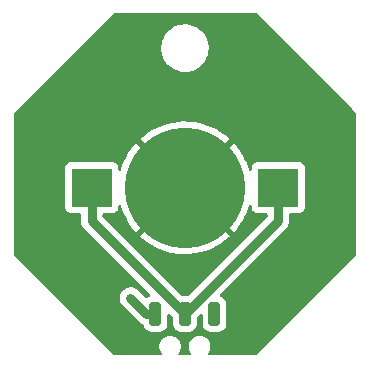
<source format=gbr>
%TF.GenerationSoftware,KiCad,Pcbnew,(6.0.2)*%
%TF.CreationDate,2022-04-03T14:16:10+02:00*%
%TF.ProjectId,Blinky,426c696e-6b79-42e6-9b69-6361645f7063,rev?*%
%TF.SameCoordinates,Original*%
%TF.FileFunction,Copper,L2,Bot*%
%TF.FilePolarity,Positive*%
%FSLAX46Y46*%
G04 Gerber Fmt 4.6, Leading zero omitted, Abs format (unit mm)*
G04 Created by KiCad (PCBNEW (6.0.2)) date 2022-04-03 14:16:10*
%MOMM*%
%LPD*%
G01*
G04 APERTURE LIST*
G04 Aperture macros list*
%AMRoundRect*
0 Rectangle with rounded corners*
0 $1 Rounding radius*
0 $2 $3 $4 $5 $6 $7 $8 $9 X,Y pos of 4 corners*
0 Add a 4 corners polygon primitive as box body*
4,1,4,$2,$3,$4,$5,$6,$7,$8,$9,$2,$3,0*
0 Add four circle primitives for the rounded corners*
1,1,$1+$1,$2,$3*
1,1,$1+$1,$4,$5*
1,1,$1+$1,$6,$7*
1,1,$1+$1,$8,$9*
0 Add four rect primitives between the rounded corners*
20,1,$1+$1,$2,$3,$4,$5,0*
20,1,$1+$1,$4,$5,$6,$7,0*
20,1,$1+$1,$6,$7,$8,$9,0*
20,1,$1+$1,$8,$9,$2,$3,0*%
G04 Aperture macros list end*
%TA.AperFunction,SMDPad,CuDef*%
%ADD10RoundRect,0.250000X-0.250000X-0.750000X0.250000X-0.750000X0.250000X0.750000X-0.250000X0.750000X0*%
%TD*%
%TA.AperFunction,SMDPad,CuDef*%
%ADD11R,3.500000X3.300000*%
%TD*%
%TA.AperFunction,SMDPad,CuDef*%
%ADD12C,10.200000*%
%TD*%
%TA.AperFunction,ViaPad*%
%ADD13C,0.400000*%
%TD*%
%TA.AperFunction,Conductor*%
%ADD14C,0.800000*%
%TD*%
G04 APERTURE END LIST*
D10*
%TO.P,SW1,1,A*%
%TO.N,/VCC*%
X190550000Y-64694400D03*
%TO.P,SW1,2,B*%
%TO.N,Net-(BT1-Pad1)*%
X193050000Y-64694400D03*
%TO.P,SW1,3,C*%
%TO.N,unconnected-(SW1-Pad3)*%
X195550000Y-64694400D03*
%TD*%
D11*
%TO.P,BT1,1,+*%
%TO.N,Net-(BT1-Pad1)*%
X185150000Y-53990000D03*
X200950000Y-53990000D03*
D12*
%TO.P,BT1,2,-*%
%TO.N,GND*%
X193050000Y-53990000D03*
%TD*%
D13*
%TO.N,GND*%
X189080000Y-58650000D03*
X192280000Y-51810000D03*
X183670000Y-59570000D03*
X196140000Y-45820000D03*
%TO.N,/VCC*%
X188440000Y-63340000D03*
%TD*%
D14*
%TO.N,Net-(BT1-Pad1)*%
X193050000Y-64694400D02*
X185150000Y-56794400D01*
X193050000Y-64694400D02*
X200950000Y-56794400D01*
X200950000Y-56794400D02*
X200950000Y-53990000D01*
X185150000Y-56794400D02*
X185150000Y-53990000D01*
%TO.N,/VCC*%
X189794400Y-64694400D02*
X188440000Y-63340000D01*
X190550000Y-64694400D02*
X189794400Y-64694400D01*
%TD*%
%TA.AperFunction,Conductor*%
%TO.N,GND*%
G36*
X199114874Y-39213002D02*
G01*
X199135999Y-39230055D01*
X207316452Y-47438523D01*
X207525248Y-47648034D01*
X207559166Y-47710404D01*
X207562000Y-47736977D01*
X207562000Y-59642390D01*
X207541998Y-59710511D01*
X207525095Y-59731485D01*
X199096485Y-68160095D01*
X199034173Y-68194121D01*
X199007390Y-68197000D01*
X195123460Y-68197000D01*
X195055339Y-68176998D01*
X195008846Y-68123342D01*
X194998742Y-68053068D01*
X195021524Y-67996939D01*
X195087237Y-67906494D01*
X195087238Y-67906493D01*
X195091118Y-67901152D01*
X195168794Y-67726688D01*
X195208500Y-67539887D01*
X195208500Y-67348913D01*
X195168794Y-67162112D01*
X195091118Y-66987648D01*
X194978866Y-66833147D01*
X194836944Y-66705360D01*
X194671556Y-66609873D01*
X194489928Y-66550858D01*
X194483367Y-66550168D01*
X194483365Y-66550168D01*
X194430111Y-66544571D01*
X194347610Y-66535900D01*
X194252390Y-66535900D01*
X194169889Y-66544571D01*
X194116635Y-66550168D01*
X194116633Y-66550168D01*
X194110072Y-66550858D01*
X193928444Y-66609873D01*
X193763056Y-66705360D01*
X193621134Y-66833147D01*
X193508882Y-66987648D01*
X193431206Y-67162112D01*
X193391500Y-67348913D01*
X193391500Y-67539887D01*
X193431206Y-67726688D01*
X193508882Y-67901152D01*
X193512762Y-67906493D01*
X193512763Y-67906494D01*
X193578476Y-67996939D01*
X193602334Y-68063806D01*
X193586254Y-68132958D01*
X193535341Y-68182438D01*
X193476540Y-68197000D01*
X192623460Y-68197000D01*
X192555339Y-68176998D01*
X192508846Y-68123342D01*
X192498742Y-68053068D01*
X192521524Y-67996939D01*
X192587237Y-67906494D01*
X192587238Y-67906493D01*
X192591118Y-67901152D01*
X192668794Y-67726688D01*
X192708500Y-67539887D01*
X192708500Y-67348913D01*
X192668794Y-67162112D01*
X192591118Y-66987648D01*
X192478866Y-66833147D01*
X192336944Y-66705360D01*
X192171556Y-66609873D01*
X191989928Y-66550858D01*
X191983367Y-66550168D01*
X191983365Y-66550168D01*
X191930111Y-66544571D01*
X191847610Y-66535900D01*
X191752390Y-66535900D01*
X191669889Y-66544571D01*
X191616635Y-66550168D01*
X191616633Y-66550168D01*
X191610072Y-66550858D01*
X191428444Y-66609873D01*
X191263056Y-66705360D01*
X191121134Y-66833147D01*
X191008882Y-66987648D01*
X190931206Y-67162112D01*
X190891500Y-67348913D01*
X190891500Y-67539887D01*
X190931206Y-67726688D01*
X191008882Y-67901152D01*
X191012762Y-67906493D01*
X191012763Y-67906494D01*
X191078476Y-67996939D01*
X191102334Y-68063806D01*
X191086254Y-68132958D01*
X191035341Y-68182438D01*
X190976540Y-68197000D01*
X187092610Y-68197000D01*
X187024489Y-68176998D01*
X187003515Y-68160095D01*
X178574905Y-59731485D01*
X178540879Y-59669173D01*
X178538000Y-59642390D01*
X178538000Y-55688134D01*
X182891500Y-55688134D01*
X182898255Y-55750316D01*
X182949385Y-55886705D01*
X183036739Y-56003261D01*
X183153295Y-56090615D01*
X183289684Y-56141745D01*
X183351866Y-56148500D01*
X184115500Y-56148500D01*
X184183621Y-56168502D01*
X184230114Y-56222158D01*
X184241500Y-56274500D01*
X184241500Y-56712983D01*
X184239949Y-56732692D01*
X184237748Y-56746590D01*
X184238093Y-56753177D01*
X184238093Y-56753182D01*
X184241327Y-56814880D01*
X184241500Y-56821474D01*
X184241500Y-56842010D01*
X184241844Y-56845282D01*
X184241844Y-56845284D01*
X184243647Y-56862442D01*
X184244164Y-56869015D01*
X184247743Y-56937303D01*
X184249453Y-56943684D01*
X184249453Y-56943686D01*
X184251383Y-56950891D01*
X184254985Y-56970325D01*
X184255766Y-56977754D01*
X184255768Y-56977763D01*
X184256458Y-56984328D01*
X184277600Y-57049397D01*
X184279467Y-57055699D01*
X184297171Y-57121770D01*
X184303559Y-57134307D01*
X184311125Y-57152573D01*
X184315473Y-57165956D01*
X184318776Y-57171678D01*
X184318777Y-57171679D01*
X184349667Y-57225182D01*
X184352814Y-57230977D01*
X184383871Y-57291930D01*
X184388024Y-57297058D01*
X184388025Y-57297060D01*
X184392727Y-57302866D01*
X184403927Y-57319163D01*
X184407657Y-57325624D01*
X184407660Y-57325628D01*
X184410960Y-57331344D01*
X184415377Y-57336250D01*
X184415381Y-57336255D01*
X184456722Y-57382169D01*
X184461006Y-57387184D01*
X184473928Y-57403141D01*
X184488443Y-57417656D01*
X184492984Y-57422441D01*
X184538747Y-57473266D01*
X184544086Y-57477145D01*
X184544087Y-57477146D01*
X184550135Y-57481540D01*
X184565168Y-57494381D01*
X190092567Y-63021780D01*
X190126593Y-63084092D01*
X190121528Y-63154907D01*
X190078981Y-63211743D01*
X190043349Y-63230399D01*
X189976054Y-63252850D01*
X189851862Y-63329703D01*
X189783413Y-63348540D01*
X189715643Y-63327379D01*
X189696466Y-63311653D01*
X189048741Y-62663928D01*
X188937530Y-62573871D01*
X188931648Y-62570874D01*
X188931645Y-62570872D01*
X188773250Y-62490167D01*
X188767370Y-62487171D01*
X188761000Y-62485464D01*
X188760997Y-62485463D01*
X188589279Y-62439451D01*
X188589275Y-62439450D01*
X188582903Y-62437743D01*
X188576311Y-62437398D01*
X188576308Y-62437397D01*
X188398782Y-62428093D01*
X188398777Y-62428093D01*
X188392190Y-62427748D01*
X188385675Y-62428780D01*
X188385673Y-62428780D01*
X188210089Y-62456590D01*
X188210087Y-62456590D01*
X188203568Y-62457623D01*
X188197401Y-62459990D01*
X188197402Y-62459990D01*
X188031446Y-62523694D01*
X188031443Y-62523695D01*
X188025278Y-62526062D01*
X188019739Y-62529659D01*
X187945256Y-62578029D01*
X187865113Y-62630074D01*
X187730074Y-62765113D01*
X187626062Y-62925278D01*
X187557623Y-63103568D01*
X187556590Y-63110087D01*
X187556590Y-63110089D01*
X187540490Y-63211743D01*
X187527748Y-63292190D01*
X187528093Y-63298777D01*
X187528093Y-63298782D01*
X187533053Y-63393422D01*
X187537743Y-63482903D01*
X187539450Y-63489275D01*
X187539451Y-63489279D01*
X187585463Y-63660997D01*
X187587171Y-63667370D01*
X187590167Y-63673250D01*
X187648754Y-63788234D01*
X187673871Y-63837530D01*
X187763928Y-63948741D01*
X189094419Y-65279232D01*
X189107260Y-65294265D01*
X189115534Y-65305653D01*
X189120443Y-65310073D01*
X189166359Y-65351416D01*
X189171144Y-65355957D01*
X189185659Y-65370472D01*
X189188223Y-65372548D01*
X189201616Y-65383394D01*
X189206631Y-65387678D01*
X189252545Y-65429019D01*
X189252550Y-65429023D01*
X189257456Y-65433440D01*
X189263172Y-65436740D01*
X189263176Y-65436743D01*
X189269637Y-65440473D01*
X189285933Y-65451673D01*
X189296870Y-65460529D01*
X189302748Y-65463524D01*
X189302751Y-65463526D01*
X189357826Y-65491588D01*
X189363623Y-65494736D01*
X189417123Y-65525624D01*
X189422844Y-65528927D01*
X189436226Y-65533275D01*
X189454485Y-65540838D01*
X189467030Y-65547230D01*
X189473401Y-65548937D01*
X189473406Y-65548939D01*
X189475855Y-65549595D01*
X189477114Y-65550362D01*
X189479575Y-65551307D01*
X189479402Y-65551757D01*
X189536478Y-65586545D01*
X189562769Y-65631425D01*
X189608450Y-65768346D01*
X189701522Y-65918748D01*
X189826697Y-66043705D01*
X189832927Y-66047545D01*
X189832928Y-66047546D01*
X189970090Y-66132094D01*
X189977262Y-66136515D01*
X190057005Y-66162964D01*
X190138611Y-66190032D01*
X190138613Y-66190032D01*
X190145139Y-66192197D01*
X190151975Y-66192897D01*
X190151978Y-66192898D01*
X190195031Y-66197309D01*
X190249600Y-66202900D01*
X190850400Y-66202900D01*
X190853646Y-66202563D01*
X190853650Y-66202563D01*
X190949308Y-66192638D01*
X190949312Y-66192637D01*
X190956166Y-66191926D01*
X190962702Y-66189745D01*
X190962704Y-66189745D01*
X191094806Y-66145672D01*
X191123946Y-66135950D01*
X191274348Y-66042878D01*
X191399305Y-65917703D01*
X191492115Y-65767138D01*
X191518564Y-65687395D01*
X191545632Y-65605789D01*
X191545632Y-65605787D01*
X191547797Y-65599261D01*
X191558500Y-65494800D01*
X191558500Y-64791903D01*
X191578502Y-64723782D01*
X191632158Y-64677289D01*
X191702432Y-64667185D01*
X191767012Y-64696679D01*
X191773595Y-64702808D01*
X192004595Y-64933808D01*
X192038621Y-64996120D01*
X192041500Y-65022903D01*
X192041500Y-65494800D01*
X192041837Y-65498046D01*
X192041837Y-65498050D01*
X192047410Y-65551757D01*
X192052474Y-65600566D01*
X192108450Y-65768346D01*
X192201522Y-65918748D01*
X192326697Y-66043705D01*
X192332927Y-66047545D01*
X192332928Y-66047546D01*
X192470090Y-66132094D01*
X192477262Y-66136515D01*
X192557005Y-66162964D01*
X192638611Y-66190032D01*
X192638613Y-66190032D01*
X192645139Y-66192197D01*
X192651975Y-66192897D01*
X192651978Y-66192898D01*
X192695031Y-66197309D01*
X192749600Y-66202900D01*
X193350400Y-66202900D01*
X193353646Y-66202563D01*
X193353650Y-66202563D01*
X193449308Y-66192638D01*
X193449312Y-66192637D01*
X193456166Y-66191926D01*
X193462702Y-66189745D01*
X193462704Y-66189745D01*
X193594806Y-66145672D01*
X193623946Y-66135950D01*
X193774348Y-66042878D01*
X193899305Y-65917703D01*
X193992115Y-65767138D01*
X194018564Y-65687395D01*
X194045632Y-65605789D01*
X194045632Y-65605787D01*
X194047797Y-65599261D01*
X194058500Y-65494800D01*
X194058500Y-65022903D01*
X194078502Y-64954782D01*
X194095405Y-64933808D01*
X194326405Y-64702808D01*
X194388717Y-64668782D01*
X194459532Y-64673847D01*
X194516368Y-64716394D01*
X194541179Y-64782914D01*
X194541500Y-64791903D01*
X194541500Y-65494800D01*
X194541837Y-65498046D01*
X194541837Y-65498050D01*
X194547410Y-65551757D01*
X194552474Y-65600566D01*
X194608450Y-65768346D01*
X194701522Y-65918748D01*
X194826697Y-66043705D01*
X194832927Y-66047545D01*
X194832928Y-66047546D01*
X194970090Y-66132094D01*
X194977262Y-66136515D01*
X195057005Y-66162964D01*
X195138611Y-66190032D01*
X195138613Y-66190032D01*
X195145139Y-66192197D01*
X195151975Y-66192897D01*
X195151978Y-66192898D01*
X195195031Y-66197309D01*
X195249600Y-66202900D01*
X195850400Y-66202900D01*
X195853646Y-66202563D01*
X195853650Y-66202563D01*
X195949308Y-66192638D01*
X195949312Y-66192637D01*
X195956166Y-66191926D01*
X195962702Y-66189745D01*
X195962704Y-66189745D01*
X196094806Y-66145672D01*
X196123946Y-66135950D01*
X196274348Y-66042878D01*
X196399305Y-65917703D01*
X196492115Y-65767138D01*
X196518564Y-65687395D01*
X196545632Y-65605789D01*
X196545632Y-65605787D01*
X196547797Y-65599261D01*
X196558500Y-65494800D01*
X196558500Y-63894000D01*
X196552641Y-63837530D01*
X196548238Y-63795092D01*
X196548237Y-63795088D01*
X196547526Y-63788234D01*
X196491550Y-63620454D01*
X196398478Y-63470052D01*
X196273303Y-63345095D01*
X196248331Y-63329702D01*
X196128968Y-63256125D01*
X196128966Y-63256124D01*
X196122738Y-63252285D01*
X196056886Y-63230443D01*
X195998526Y-63190013D01*
X195971289Y-63124448D01*
X195983822Y-63054567D01*
X196007458Y-63021755D01*
X201534832Y-57494381D01*
X201549865Y-57481540D01*
X201555913Y-57477146D01*
X201555914Y-57477145D01*
X201561253Y-57473266D01*
X201607016Y-57422441D01*
X201611557Y-57417656D01*
X201626072Y-57403141D01*
X201638994Y-57387184D01*
X201643278Y-57382169D01*
X201684619Y-57336255D01*
X201684623Y-57336250D01*
X201689040Y-57331344D01*
X201692340Y-57325628D01*
X201692343Y-57325624D01*
X201696073Y-57319163D01*
X201707273Y-57302866D01*
X201711975Y-57297060D01*
X201711976Y-57297058D01*
X201716129Y-57291930D01*
X201747186Y-57230977D01*
X201750333Y-57225182D01*
X201781223Y-57171679D01*
X201781224Y-57171678D01*
X201784527Y-57165956D01*
X201788875Y-57152573D01*
X201796441Y-57134307D01*
X201799832Y-57127652D01*
X201802829Y-57121770D01*
X201809105Y-57098351D01*
X201820529Y-57055715D01*
X201822402Y-57049391D01*
X201841500Y-56990612D01*
X201843542Y-56984328D01*
X201845012Y-56970339D01*
X201848617Y-56950886D01*
X201850547Y-56943685D01*
X201852257Y-56937304D01*
X201855836Y-56869015D01*
X201856353Y-56862440D01*
X201858156Y-56845282D01*
X201858500Y-56842010D01*
X201858500Y-56821474D01*
X201858673Y-56814881D01*
X201861907Y-56753182D01*
X201861907Y-56753177D01*
X201862252Y-56746590D01*
X201860051Y-56732692D01*
X201858500Y-56712983D01*
X201858500Y-56274500D01*
X201878502Y-56206379D01*
X201932158Y-56159886D01*
X201984500Y-56148500D01*
X202748134Y-56148500D01*
X202810316Y-56141745D01*
X202946705Y-56090615D01*
X203063261Y-56003261D01*
X203150615Y-55886705D01*
X203201745Y-55750316D01*
X203208500Y-55688134D01*
X203208500Y-52291866D01*
X203201745Y-52229684D01*
X203150615Y-52093295D01*
X203063261Y-51976739D01*
X202946705Y-51889385D01*
X202810316Y-51838255D01*
X202748134Y-51831500D01*
X199151866Y-51831500D01*
X199089684Y-51838255D01*
X198953295Y-51889385D01*
X198836739Y-51976739D01*
X198749385Y-52093295D01*
X198698255Y-52229684D01*
X198691500Y-52291866D01*
X198691500Y-52419107D01*
X198671498Y-52487228D01*
X198617842Y-52533721D01*
X198547568Y-52543825D01*
X198482988Y-52514331D01*
X198444878Y-52455525D01*
X198351601Y-52146576D01*
X198349870Y-52141606D01*
X198178756Y-51709419D01*
X198176610Y-51704599D01*
X197969937Y-51288260D01*
X197967386Y-51283621D01*
X197726601Y-50886036D01*
X197723686Y-50881649D01*
X197450476Y-50505606D01*
X197447182Y-50501452D01*
X197204481Y-50220280D01*
X197191439Y-50211863D01*
X197181408Y-50217802D01*
X193422022Y-53977188D01*
X193414408Y-53991132D01*
X193414539Y-53992965D01*
X193418790Y-53999580D01*
X197179832Y-57760622D01*
X197193459Y-57768063D01*
X197203024Y-57761409D01*
X197447182Y-57478548D01*
X197450476Y-57474394D01*
X197723686Y-57098351D01*
X197726601Y-57093964D01*
X197967386Y-56696379D01*
X197969937Y-56691740D01*
X198176610Y-56275401D01*
X198178756Y-56270581D01*
X198349870Y-55838394D01*
X198351601Y-55833424D01*
X198444878Y-55524475D01*
X198483715Y-55465043D01*
X198548519Y-55436043D01*
X198618714Y-55446681D01*
X198672014Y-55493581D01*
X198691500Y-55560893D01*
X198691500Y-55688134D01*
X198698255Y-55750316D01*
X198749385Y-55886705D01*
X198836739Y-56003261D01*
X198953295Y-56090615D01*
X199089684Y-56141745D01*
X199151866Y-56148500D01*
X199915500Y-56148500D01*
X199983621Y-56168502D01*
X200030114Y-56222158D01*
X200041500Y-56274500D01*
X200041500Y-56365897D01*
X200021498Y-56434018D01*
X200004595Y-56454992D01*
X193310592Y-63148995D01*
X193248280Y-63183021D01*
X193221497Y-63185900D01*
X192878503Y-63185900D01*
X192810382Y-63165898D01*
X192789408Y-63148995D01*
X187772730Y-58132317D01*
X189273223Y-58132317D01*
X189273228Y-58132391D01*
X189279335Y-58141369D01*
X189470130Y-58313160D01*
X189474213Y-58316538D01*
X189844444Y-58597558D01*
X189848789Y-58600578D01*
X190241243Y-58849637D01*
X190245804Y-58852271D01*
X190657738Y-59067625D01*
X190662508Y-59069869D01*
X191091016Y-59249997D01*
X191095956Y-59251834D01*
X191538022Y-59395470D01*
X191543110Y-59396890D01*
X191995642Y-59503031D01*
X192000838Y-59504022D01*
X192460654Y-59571922D01*
X192465922Y-59572475D01*
X192929815Y-59601661D01*
X192935088Y-59601772D01*
X193399800Y-59592037D01*
X193405073Y-59591706D01*
X193867364Y-59543117D01*
X193872556Y-59542350D01*
X194329155Y-59455249D01*
X194334291Y-59454045D01*
X194781992Y-59329044D01*
X194786990Y-59327420D01*
X195222674Y-59165391D01*
X195227541Y-59163344D01*
X195648121Y-58965435D01*
X195652792Y-58962993D01*
X196055339Y-58730583D01*
X196059792Y-58727757D01*
X196441496Y-58462466D01*
X196445673Y-58459295D01*
X196803832Y-58163000D01*
X196807759Y-58159465D01*
X196821337Y-58146167D01*
X196829096Y-58132305D01*
X196829005Y-58130821D01*
X196824466Y-58123676D01*
X193062812Y-54362022D01*
X193048868Y-54354408D01*
X193047035Y-54354539D01*
X193040420Y-54358790D01*
X189280837Y-58118373D01*
X189273223Y-58132317D01*
X187772730Y-58132317D01*
X186095405Y-56454992D01*
X186061379Y-56392680D01*
X186058500Y-56365897D01*
X186058500Y-56274500D01*
X186078502Y-56206379D01*
X186132158Y-56159886D01*
X186184500Y-56148500D01*
X186948134Y-56148500D01*
X187010316Y-56141745D01*
X187146705Y-56090615D01*
X187263261Y-56003261D01*
X187350615Y-55886705D01*
X187401745Y-55750316D01*
X187408500Y-55688134D01*
X187408500Y-55565917D01*
X187428502Y-55497796D01*
X187482158Y-55451303D01*
X187552432Y-55441199D01*
X187617012Y-55470693D01*
X187656541Y-55534582D01*
X187675848Y-55609778D01*
X187677380Y-55614851D01*
X187830243Y-56053811D01*
X187832181Y-56058707D01*
X188021245Y-56483353D01*
X188023589Y-56488075D01*
X188247527Y-56895416D01*
X188250247Y-56899908D01*
X188507483Y-57287079D01*
X188510576Y-57291335D01*
X188799296Y-57655610D01*
X188802757Y-57659620D01*
X188896130Y-57759052D01*
X188909826Y-57767099D01*
X188910608Y-57767067D01*
X188918820Y-57761970D01*
X192677978Y-54002812D01*
X192685592Y-53988868D01*
X192685461Y-53987035D01*
X192681210Y-53980420D01*
X188921344Y-50220554D01*
X188907400Y-50212940D01*
X188906620Y-50212995D01*
X188898573Y-50218347D01*
X188802757Y-50320380D01*
X188799296Y-50324390D01*
X188510576Y-50688665D01*
X188507483Y-50692921D01*
X188250247Y-51080092D01*
X188247527Y-51084584D01*
X188023589Y-51491925D01*
X188021245Y-51496647D01*
X187832181Y-51921293D01*
X187830243Y-51926189D01*
X187677380Y-52365149D01*
X187675848Y-52370222D01*
X187656541Y-52445418D01*
X187620227Y-52506424D01*
X187556695Y-52538113D01*
X187486116Y-52530423D01*
X187430898Y-52485796D01*
X187408500Y-52414083D01*
X187408500Y-52291866D01*
X187401745Y-52229684D01*
X187350615Y-52093295D01*
X187263261Y-51976739D01*
X187146705Y-51889385D01*
X187010316Y-51838255D01*
X186948134Y-51831500D01*
X183351866Y-51831500D01*
X183289684Y-51838255D01*
X183153295Y-51889385D01*
X183036739Y-51976739D01*
X182949385Y-52093295D01*
X182898255Y-52229684D01*
X182891500Y-52291866D01*
X182891500Y-55688134D01*
X178538000Y-55688134D01*
X178538000Y-49850216D01*
X189273157Y-49850216D01*
X189273158Y-49850292D01*
X189278788Y-49859578D01*
X193037188Y-53617978D01*
X193051132Y-53625592D01*
X193052965Y-53625461D01*
X193059580Y-53621210D01*
X196821469Y-49859321D01*
X196829083Y-49845377D01*
X196828977Y-49843893D01*
X196824365Y-49836798D01*
X196807759Y-49820535D01*
X196803832Y-49817000D01*
X196445673Y-49520705D01*
X196441496Y-49517534D01*
X196059792Y-49252243D01*
X196055339Y-49249417D01*
X195652792Y-49017007D01*
X195648121Y-49014565D01*
X195227541Y-48816656D01*
X195222674Y-48814609D01*
X194786990Y-48652580D01*
X194781992Y-48650956D01*
X194334291Y-48525955D01*
X194329155Y-48524751D01*
X193872556Y-48437650D01*
X193867364Y-48436883D01*
X193405073Y-48388294D01*
X193399800Y-48387963D01*
X192935088Y-48378228D01*
X192929815Y-48378339D01*
X192465922Y-48407525D01*
X192460654Y-48408078D01*
X192000838Y-48475978D01*
X191995642Y-48476969D01*
X191543110Y-48583110D01*
X191538022Y-48584530D01*
X191095956Y-48728166D01*
X191091016Y-48730003D01*
X190662508Y-48910131D01*
X190657738Y-48912375D01*
X190245804Y-49127729D01*
X190241243Y-49130363D01*
X189848789Y-49379422D01*
X189844444Y-49382442D01*
X189474213Y-49663462D01*
X189470130Y-49666840D01*
X189281488Y-49836693D01*
X189273157Y-49850216D01*
X178538000Y-49850216D01*
X178538000Y-47737823D01*
X178558002Y-47669702D01*
X178574955Y-47648677D01*
X182220508Y-44007267D01*
X184130212Y-42099733D01*
X191037822Y-42099733D01*
X191047625Y-42380458D01*
X191048387Y-42384781D01*
X191048388Y-42384788D01*
X191072164Y-42519624D01*
X191096402Y-42657087D01*
X191183203Y-42924235D01*
X191306340Y-43176702D01*
X191308795Y-43180341D01*
X191308798Y-43180347D01*
X191381890Y-43288710D01*
X191463415Y-43409576D01*
X191651371Y-43618322D01*
X191866550Y-43798879D01*
X192104764Y-43947731D01*
X192361375Y-44061982D01*
X192631390Y-44139407D01*
X192635740Y-44140018D01*
X192635743Y-44140019D01*
X192738690Y-44154487D01*
X192909552Y-44178500D01*
X193120146Y-44178500D01*
X193122332Y-44178347D01*
X193122336Y-44178347D01*
X193325827Y-44164118D01*
X193325832Y-44164117D01*
X193330212Y-44163811D01*
X193604970Y-44105409D01*
X193609099Y-44103906D01*
X193609103Y-44103905D01*
X193864781Y-44010846D01*
X193864785Y-44010844D01*
X193868926Y-44009337D01*
X194116942Y-43877464D01*
X194221896Y-43801211D01*
X194340629Y-43714947D01*
X194340632Y-43714944D01*
X194344192Y-43712358D01*
X194546252Y-43517231D01*
X194719188Y-43295882D01*
X194721384Y-43292078D01*
X194721389Y-43292071D01*
X194857435Y-43056431D01*
X194859636Y-43052619D01*
X194964862Y-42792176D01*
X194998544Y-42657087D01*
X195031753Y-42523893D01*
X195031754Y-42523888D01*
X195032817Y-42519624D01*
X195062178Y-42240267D01*
X195052375Y-41959542D01*
X195028608Y-41824749D01*
X195004360Y-41687236D01*
X195003598Y-41682913D01*
X194916797Y-41415765D01*
X194793660Y-41163298D01*
X194791205Y-41159659D01*
X194791202Y-41159653D01*
X194710935Y-41040653D01*
X194636585Y-40930424D01*
X194448629Y-40721678D01*
X194233450Y-40541121D01*
X193995236Y-40392269D01*
X193738625Y-40278018D01*
X193468610Y-40200593D01*
X193464260Y-40199982D01*
X193464257Y-40199981D01*
X193361310Y-40185513D01*
X193190448Y-40161500D01*
X192979854Y-40161500D01*
X192977668Y-40161653D01*
X192977664Y-40161653D01*
X192774173Y-40175882D01*
X192774168Y-40175883D01*
X192769788Y-40176189D01*
X192495030Y-40234591D01*
X192490901Y-40236094D01*
X192490897Y-40236095D01*
X192235219Y-40329154D01*
X192235215Y-40329156D01*
X192231074Y-40330663D01*
X191983058Y-40462536D01*
X191979499Y-40465122D01*
X191979497Y-40465123D01*
X191874895Y-40541121D01*
X191755808Y-40627642D01*
X191553748Y-40822769D01*
X191380812Y-41044118D01*
X191378616Y-41047922D01*
X191378611Y-41047929D01*
X191264794Y-41245067D01*
X191240364Y-41287381D01*
X191135138Y-41547824D01*
X191134073Y-41552097D01*
X191134072Y-41552099D01*
X191100379Y-41687236D01*
X191067183Y-41820376D01*
X191037822Y-42099733D01*
X184130212Y-42099733D01*
X187003356Y-39229854D01*
X187065688Y-39195864D01*
X187092401Y-39193000D01*
X199046753Y-39193000D01*
X199114874Y-39213002D01*
G37*
%TD.AperFunction*%
%TD*%
M02*

</source>
